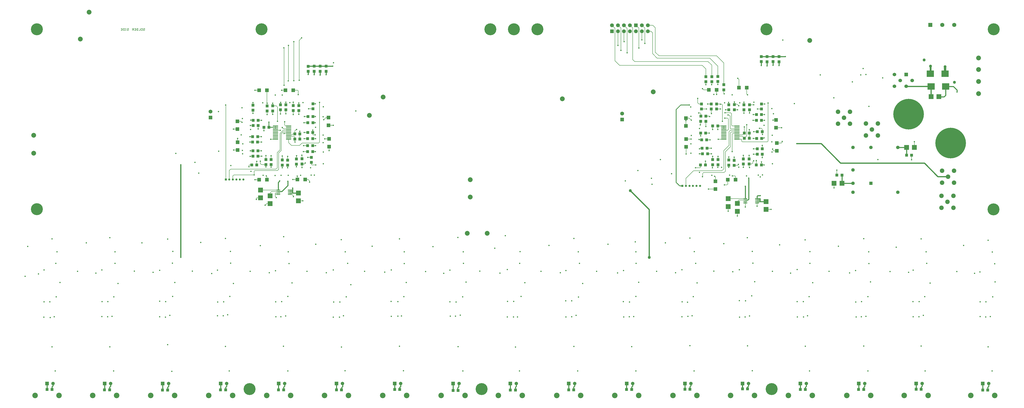
<source format=gbr>
*
G04 Mass Parameters ***
*
G04 Image ***
*
%INTDC_16BOT.GBR*%
%ICAS*%
%MOIN*%
%IPPOS*%
%ASAXBY*%
G74*%FSLAN2X34Y34*%
*
G04 Aperture Definitions ***
*
%ADD10C,0.2000*%
%ADD11C,0.5118*%
%ADD12R,0.0800X0.0800*%
%ADD13R,0.1050X0.1200*%
%ADD14R,0.0500X0.0500*%
%ADD15R,0.0790X0.0790*%
%ADD16R,0.0600X0.0800*%
%ADD17C,0.0750*%
%ADD18C,0.0700*%
%ADD19R,0.0700X0.0700*%
%ADD20C,0.0350*%
%ADD21R,0.0350X0.0350*%
%ADD22C,0.0650*%
%ADD23R,0.0600X0.0600*%
%ADD24O,0.0500X0.1500*%
%ADD25R,0.0500X0.1500*%
%ADD26C,0.0920*%
%ADD27C,0.0580*%
%ADD28C,0.0800*%
%ADD29R,0.0520X0.0500*%
%ADD30O,0.0700X0.0110*%
%ADD31R,0.0700X0.0110*%
%ADD32O,0.0110X0.0700*%
%ADD33R,0.0110X0.0700*%
%ADD34O,0.0250X0.0940*%
%ADD35R,0.0250X0.0940*%
%ADD36C,0.0600*%
%ADD37O,0.0860X0.0250*%
%ADD38R,0.0860X0.0250*%
%ADD39R,0.0866X0.1023*%
%ADD40R,0.0580X0.0580*%
%ADD41C,0.0220*%
%ADD42C,0.0300*%
%ADD43C,0.0160*%
%ADD44C,0.0080*%
%ADD45C,0.0120*%
%ADD46C,0.0220*%
%ADD47C,0.0100*%
%ADD48C,0.0150*%
%ADD49C,0.0200*%
%ADD50C,0.0500*%
%ADD51C,0.0400*%
%ADD52C,0.0220*%
%ADD53C,0.0060*%
%ADD54C,0.2000*%
%ADD55C,0.5118*%
%ADD56R,0.0800X0.0800*%
%ADD57R,0.1200X0.1050*%
%ADD58R,0.0500X0.0500*%
%ADD59R,0.0600X0.0600*%
%ADD60C,0.0750*%
%ADD61C,0.0700*%
%ADD62R,0.0700X0.0700*%
%ADD63C,0.0350*%
%ADD64R,0.0350X0.0350*%
%ADD65C,0.0650*%
%ADD66C,0.0920*%
%ADD67C,0.0580*%
%ADD68C,0.0800*%
%ADD69O,0.0650X0.0160*%
%ADD70R,0.0650X0.0160*%
%ADD71O,0.0900X0.0160*%
%ADD72R,0.0900X0.0160*%
%ADD73C,0.0600*%
%ADD74R,0.0580X0.0580*%
%ADD75C,0.0220*%
%ADD76C,0.0220*%
*
G04 Plot Data ***
*
G54D42*
G01X0044970Y0004850D02*
X0044960Y0004840D01*
X0151580Y0004850D02*
X0151570Y0004840D01*
X0153950Y0056700D02*
X0153980Y0056730D01*
Y0057910D01*
X0153990Y0057920D01*
Y0057980D01*
X0153980D01*
X0103170Y0004850D02*
X0103160Y0004840D01*
X0132210Y0004850D02*
X0132200Y0004840D01*
X0112920Y0003910D02*
X0112910Y0003900D01*
G54D43*
G01X0124970Y0035300D02*
X0126480D01*
X0126490Y0035310D01*
X0124970Y0035300D02*
X0125480D01*
Y0035550D01*
X0124970D01*
X0048280Y0036740D02*
X0046860D01*
X0047310D01*
Y0036990D01*
X0046860D01*
X0139170Y0038370D02*
X0139180Y0038360D01*
X0141000D01*
X0149970Y0043060D02*
Y0044320D01*
X0149990Y0044340D01*
X0149970Y0044360D01*
X0050900Y0057950D02*
X0049930D01*
X0049920Y0057940D01*
X0051920Y0057950D02*
X0052900D01*
X0052910Y0057940D01*
Y0057950D01*
X0125670Y0059560D02*
X0125680Y0059550D01*
X0126640D01*
X0127650Y0059560D02*
X0127640Y0059550D01*
X0126640D01*
X0127650Y0059560D02*
X0127660Y0059550D01*
X0128660D01*
X0046860Y0036990D02*
X0047310D01*
Y0037300D01*
X0047250Y0037240D01*
X0046860D01*
X0125500Y0036300D02*
X0125490Y0036310D01*
X0125080D01*
X0124980Y0036210D01*
Y0035800D01*
X0124970D01*
Y0035550D02*
X0125480D01*
Y0035800D01*
X0124970D01*
X0158410Y0053620D02*
Y0053970D01*
X0157800Y0054580D01*
X0156520D01*
X0007080Y0003850D02*
Y0004330D01*
X0007240Y0004490D01*
Y0004850D01*
X0016700Y0003800D02*
Y0004260D01*
X0016870Y0004430D01*
Y0004850D01*
X0026400Y0003750D02*
Y0004240D01*
X0026570Y0004410D01*
Y0004850D01*
X0036100Y0003800D02*
Y0004220D01*
X0036270Y0004390D01*
Y0004850D01*
X0045800Y0003800D02*
Y0004260D01*
X0045970Y0004430D01*
Y0004850D01*
X0065210Y0003850D02*
Y0004220D01*
X0065370Y0004380D01*
Y0004850D01*
X0104000Y0003850D02*
Y0004290D01*
X0104170Y0004460D01*
Y0004850D01*
X0113750Y0003900D02*
Y0004320D01*
X0113920Y0004490D01*
Y0004850D01*
X0142800Y0003850D02*
Y0004230D01*
X0142970Y0004400D01*
Y0004850D01*
X0163550Y0003770D02*
Y0004240D01*
X0163720Y0004410D01*
Y0004850D01*
X0155400Y0052840D02*
X0156260D01*
X0156520Y0053100D01*
Y0054580D01*
X0152410Y0003900D02*
X0152420Y0003910D01*
Y0004270D01*
X0152580Y0004430D01*
Y0004850D01*
X0133040Y0003850D02*
X0133050Y0003860D01*
Y0004240D01*
X0133210Y0004400D01*
Y0004850D01*
X0123380Y0003950D02*
Y0004280D01*
X0123550Y0004450D01*
Y0004840D01*
X0123540Y0004850D01*
X0084570Y0003770D02*
Y0004260D01*
X0084720Y0004410D01*
Y0004840D01*
X0084730Y0004850D01*
X0094480D02*
X0094470Y0004840D01*
Y0004480D01*
X0094300Y0004310D01*
Y0003820D01*
X0094320Y0003800D01*
X0055640Y0004850D02*
X0055670Y0004820D01*
Y0004370D01*
X0055500Y0004200D01*
Y0003820D01*
X0055480Y0003800D01*
X0075140Y0004850D02*
X0075070Y0004780D01*
Y0004300D01*
X0074900Y0004130D01*
Y0003770D01*
X0074980Y0003690D01*
X0139170Y0039730D02*
Y0038370D01*
X0149970Y0044360D02*
X0148500D01*
X0051920Y0057950D02*
X0050900D01*
X0054000D02*
X0052910D01*
X0129720Y0059550D02*
X0128660D01*
X0044910Y0037240D02*
Y0038510D01*
X0045150Y0038750D01*
X0123020Y0037870D02*
Y0035800D01*
X0046520Y0038700D02*
Y0038000D01*
X0045510Y0036990D01*
X0044910D01*
X0046860Y0037240D02*
X0047250D01*
X0047310Y0037300D01*
Y0037550D01*
X0123575Y0039235D02*
Y0035710D01*
X0123415Y0035550D01*
X0123020D01*
X0006240Y0004850D02*
Y0003850D01*
X0074140Y0004850D02*
Y0003690D01*
X0044960Y0004840D02*
Y0003800D01*
X0151570Y0004840D02*
Y0003900D01*
X0083730Y0004850D02*
Y0003770D01*
X0093480Y0004850D02*
Y0003800D01*
X0103160Y0004840D02*
Y0003850D01*
X0132200Y0004840D02*
Y0003850D01*
X0049900Y0056560D02*
X0049910Y0056570D01*
Y0057090D01*
X0112920Y0004850D02*
Y0003910D01*
X0125670Y0058070D02*
Y0058720D01*
X0054640Y0004850D02*
Y0003800D01*
X0052910Y0057110D02*
Y0056530D01*
X0052900Y0056520D01*
X0015870Y0004850D02*
Y0003810D01*
X0015860Y0003800D01*
X0035270Y0004850D02*
Y0003810D01*
X0035260Y0003800D01*
X0064370Y0004850D02*
Y0003850D01*
X0025570Y0004850D02*
Y0003760D01*
X0025560Y0003750D01*
X0051920Y0057110D02*
Y0056490D01*
X0051910Y0056480D01*
X0141970Y0004850D02*
Y0003860D01*
X0141960Y0003850D01*
X0050900Y0057110D02*
X0050930D01*
Y0056520D01*
X0126640Y0057990D02*
Y0058710D01*
X0128660Y0058050D02*
Y0058710D01*
X0127650Y0058100D02*
Y0058720D01*
X0162720Y0004850D02*
Y0003780D01*
X0162710Y0003770D01*
G54D44*
G01X0050720Y0049540D02*
X0051120D01*
X0040630Y0046160D02*
X0040180D01*
X0050670Y0043670D02*
X0051130D01*
X0042840Y0041100D02*
Y0041500D01*
X0045590Y0040980D02*
Y0041410D01*
X0048870Y0041610D02*
Y0041000D01*
X0050680Y0046860D02*
Y0046540D01*
X0050750Y0046470D01*
X0051070D01*
X0040320Y0048920D02*
X0040324Y0048916D01*
X0040714D01*
X0040720Y0048910D01*
X0053310Y0049360D02*
X0052900D01*
X0052530Y0048990D01*
X0051120Y0051680D02*
X0051110Y0051670D01*
X0050710D01*
X0045290Y0051490D02*
Y0051880D01*
X0045300Y0051890D01*
X0051180Y0041430D02*
Y0041420D01*
X0050560D01*
X0050450Y0041530D01*
Y0041870D01*
X0040490Y0041430D02*
X0040090D01*
X0040020Y0041360D01*
Y0041140D01*
X0116400Y0048720D02*
Y0047880D01*
X0117560Y0047380D02*
Y0047970D01*
X0116390Y0046750D02*
X0116970D01*
X0117560Y0047380D02*
Y0047970D01*
X0116550Y0045620D02*
X0117100D01*
X0118480Y0045720D02*
X0119430D01*
X0116360Y0041430D02*
Y0042070D01*
X0117535Y0042850D02*
Y0042325D01*
X0117540Y0042320D01*
X0116390Y0046750D02*
X0116970D01*
X0117100Y0045620D02*
X0116550D01*
X0116620Y0044220D02*
X0117300D01*
X0117345Y0043290D02*
X0116700D01*
X0117345D01*
X0117535Y0042850D02*
Y0042325D01*
X0117540Y0042320D01*
X0150810Y0042290D02*
Y0043060D01*
X0151290Y0044360D02*
Y0045330D01*
X0150810Y0042290D02*
Y0043060D01*
Y0042290D01*
X0138330Y0040580D02*
Y0039730D01*
Y0040580D01*
X0137850Y0037595D02*
Y0038370D01*
X0122670Y0042430D02*
Y0043035D01*
X0123640Y0043020D02*
Y0042440D01*
X0125010Y0043220D02*
X0124380D01*
X0124860Y0042160D02*
Y0041430D01*
X0123640Y0042440D02*
Y0043020D01*
X0124380Y0043220D02*
X0125010D01*
X0124380D01*
X0124390Y0044130D02*
X0125010D01*
X0124390D01*
X0124340Y0045880D02*
X0124910D01*
X0122670Y0042430D02*
Y0043035D01*
X0121150Y0042735D02*
Y0042190D01*
X0124910Y0045880D02*
X0124340D01*
X0124430Y0047010D02*
X0125020D01*
X0128150Y0047650D02*
X0129080D01*
X0129170Y0045380D02*
X0129160Y0045370D01*
Y0045210D01*
X0129050Y0045100D01*
X0128280D01*
X0125020Y0047010D02*
X0124430D01*
X0120250Y0042250D02*
Y0042780D01*
X0121150Y0042735D02*
Y0042190D01*
Y0042735D01*
X0124890Y0049860D02*
X0124880Y0049870D01*
X0124340D01*
X0125050Y0050800D02*
X0125720D01*
X0113120Y0044470D02*
Y0043280D01*
X0038130Y0043920D02*
X0037450D01*
X0038130D02*
X0038120Y0043930D01*
X0116400Y0048720D02*
Y0047880D01*
X0113090Y0047980D02*
Y0048850D01*
X0120160Y0034480D02*
Y0033700D01*
X0121690Y0032910D02*
Y0033670D01*
X0053310Y0048060D02*
X0054110D01*
X0053310D01*
X0047440Y0036130D02*
Y0036260D01*
X0047210Y0036490D01*
X0046860D01*
X0048280Y0035420D02*
X0048290Y0035430D01*
X0049020D01*
X0047440Y0036130D02*
Y0036260D01*
X0047210Y0036490D01*
X0046860D01*
X0043550Y0034950D02*
X0042980D01*
X0042720Y0034690D01*
X0044590Y0035960D02*
X0044400Y0036150D01*
Y0036490D01*
X0044910D01*
X0042840Y0042340D02*
Y0043000D01*
X0043710Y0042990D02*
Y0042340D01*
X0041510Y0042890D02*
X0042140D01*
X0042840Y0043000D02*
Y0042340D01*
X0041510Y0043800D02*
X0042080D01*
X0042120Y0045270D02*
X0041460D01*
X0041510Y0042890D02*
X0042140D01*
X0042080Y0043800D02*
X0041510D01*
X0041460Y0045270D02*
X0042120D01*
X0042090Y0046160D02*
X0041470D01*
X0042090D01*
X0042510Y0047170D02*
Y0047720D01*
Y0047170D01*
X0041560Y0047440D02*
Y0048020D01*
X0041550Y0048030D01*
X0041560Y0048020D01*
Y0047440D01*
X0038120Y0043930D02*
X0038130Y0043920D01*
X0037450D01*
X0041010Y0053930D02*
X0041730D01*
X0043040Y0050467D02*
Y0049870D01*
X0045290Y0050650D02*
Y0049950D01*
X0043990Y0049890D02*
Y0050480D01*
X0043040Y0050467D02*
Y0049870D01*
X0043990Y0049890D02*
Y0050480D01*
X0047420Y0050530D02*
Y0049880D01*
X0046180Y0050010D02*
Y0050650D01*
X0047420Y0050530D02*
Y0049880D01*
X0048340Y0049910D02*
Y0050520D01*
Y0049910D01*
X0049270Y0049540D02*
X0049880D01*
X0049270D01*
X0049980Y0050830D02*
X0050710D01*
X0049980D02*
X0050710D01*
X0049830Y0044660D02*
X0049160D01*
X0049250Y0045830D02*
X0049830D01*
X0049880Y0049540D02*
X0049270D01*
X0049230Y0048500D02*
X0049860D01*
X0049840Y0046860D02*
X0049250D01*
Y0045830D02*
X0049830D01*
Y0043670D02*
X0049130D01*
X0049160Y0044660D02*
X0049830D01*
X0048870Y0042450D02*
Y0043060D01*
X0049130Y0043670D02*
X0049830D01*
X0046180Y0050650D02*
Y0050010D01*
X0045290Y0050650D02*
Y0049950D01*
X0046180Y0050010D02*
Y0050650D01*
X0040670Y0050590D02*
Y0050080D01*
X0043040Y0050467D02*
Y0049870D01*
X0042100Y0048910D02*
X0041560D01*
X0042100D01*
X0040670Y0050080D02*
Y0050590D01*
X0113120Y0043280D02*
Y0044470D01*
X0047960Y0042420D02*
Y0042960D01*
X0046480Y0042860D02*
Y0042240D01*
X0045590Y0042250D02*
Y0042940D01*
X0046480Y0042860D02*
Y0042240D01*
X0048870Y0042450D02*
Y0043060D01*
X0047960Y0042960D02*
Y0042420D01*
X0048870Y0042450D02*
Y0043060D01*
X0049840Y0042710D02*
X0050450D01*
X0050150Y0038580D02*
Y0038780D01*
X0049930Y0039000D01*
X0049400D01*
X0041730Y0038980D02*
X0041000D01*
X0041510Y0042890D02*
X0042140D01*
X0041330Y0042040D02*
Y0041430D01*
X0037400Y0047420D02*
X0038090D01*
X0037400D01*
X0041940Y0035920D02*
X0041310D01*
X0041260Y0035870D01*
Y0035680D01*
X0042720Y0034690D02*
X0042980Y0034950D01*
X0043550D01*
X0045470Y0053920D02*
X0046100D01*
X0120240Y0050660D02*
X0119725D01*
X0117540Y0042320D02*
X0117535Y0042325D01*
Y0042850D01*
X0118460D02*
Y0042320D01*
X0124970Y0035050D02*
Y0034530D01*
X0123020Y0034410D02*
Y0035050D01*
Y0035300D02*
Y0035050D01*
X0044910Y0036490D02*
X0044400D01*
Y0036740D01*
X0044910D01*
X0155390Y0052850D02*
X0155400Y0052840D01*
X0117310Y0050800D02*
Y0050080D01*
X0117360Y0050030D01*
X0117040Y0049520D02*
X0116970Y0049590D01*
X0116410D01*
X0116620Y0044220D02*
X0117300D01*
X0117100Y0045620D02*
X0116550D01*
X0115670Y0050790D02*
X0116510D01*
X0117360Y0050030D02*
X0117310Y0050080D01*
Y0050800D01*
X0118230Y0050790D02*
X0118850D01*
X0117360Y0050030D02*
X0117310Y0050080D01*
Y0050800D01*
X0120240Y0050660D02*
X0119725D01*
X0118850Y0050790D02*
X0118230D01*
X0116400Y0048720D02*
Y0047880D01*
X0117040Y0049520D02*
X0116970Y0049590D01*
X0116410D01*
X0125720Y0050800D02*
X0125050D01*
X0121700Y0050680D02*
X0121180D01*
X0122790Y0050660D02*
Y0050105D01*
X0121700Y0050680D02*
X0121180D01*
X0116930Y0054010D02*
X0116035D01*
X0115840Y0054205D01*
X0041460Y0045270D02*
X0042120D01*
X0043635Y0045725D02*
X0044445D01*
X0053400Y0044490D02*
Y0043830D01*
X0118230Y0051630D02*
X0118800D01*
X0118840Y0051590D01*
X0121910Y0051350D02*
X0121760Y0051500D01*
X0121750Y0051490D01*
Y0051510D01*
X0121660Y0051600D01*
X0121180D01*
Y0051520D01*
X0115560Y0048720D02*
X0115555Y0048715D01*
Y0048175D01*
X0115500Y0048120D01*
X0115490D01*
X0049860Y0048500D02*
X0049230D01*
X0123640Y0041600D02*
Y0041140D01*
X0123740Y0041040D01*
Y0041020D01*
X0123720Y0041000D01*
Y0041010D01*
X0121750Y0055930D02*
X0121950Y0055730D01*
Y0054370D01*
Y0055730D01*
X0121750Y0055930D01*
X0127570Y0044090D02*
Y0043970D01*
X0127740Y0043800D01*
X0128280D01*
X0115220Y0050120D02*
X0115465D01*
X0115570Y0050015D01*
Y0049590D01*
X0123730Y0051500D02*
X0124400D01*
X0124410Y0051490D01*
X0120240Y0051500D02*
Y0051900D01*
X0120230Y0051910D01*
X0115050Y0052555D02*
Y0051820D01*
X0115240Y0051630D01*
X0115670D01*
X0125880Y0046530D02*
X0125860Y0046550D01*
Y0047010D01*
X0115860Y0043290D02*
X0115380D01*
X0125700Y0041430D02*
X0125720Y0041450D01*
X0126132D01*
X0126146Y0041436D01*
X0126140Y0041430D01*
X0114695Y0040970D02*
X0115450D01*
X0115520Y0041040D01*
Y0041430D01*
X0043970Y0051780D02*
Y0051330D01*
X0043980Y0051320D01*
X0043990D01*
X0120250Y0041410D02*
Y0041030D01*
X0120260Y0041020D01*
X0117540Y0041480D02*
X0117530Y0041470D01*
Y0040980D01*
X0123730Y0050660D02*
Y0050120D01*
X0122790Y0050105D02*
Y0050660D01*
X0117890Y0039540D02*
X0117910D01*
X0118030Y0039420D01*
Y0038690D01*
X0118430Y0041040D02*
X0118435Y0041035D01*
Y0041455D01*
X0118460Y0041480D01*
X0047400Y0053920D02*
X0048160D01*
X0048260Y0053820D01*
Y0053210D01*
X0047420Y0051920D02*
Y0051370D01*
X0122670Y0041020D02*
X0122690D01*
X0122680Y0041030D01*
X0122670D01*
Y0041590D01*
X0050700Y0048500D02*
X0051070D01*
X0051080Y0048490D01*
X0040710Y0048030D02*
X0040700Y0048040D01*
X0040250D01*
X0125850Y0042670D02*
Y0043220D01*
X0115550Y0046290D02*
Y0046750D01*
X0113090Y0049280D02*
X0113610D01*
X0113970Y0048920D01*
X0125730Y0049860D02*
X0126200D01*
X0043040Y0051780D02*
Y0051307D01*
X0048340Y0051360D02*
X0048347Y0051367D01*
Y0051793D01*
X0043040Y0051307D02*
Y0051760D01*
X0043030Y0051770D01*
Y0053930D01*
X0040670Y0051430D02*
Y0051870D01*
X0038090Y0048720D02*
X0038680D01*
X0038850Y0048550D01*
X0048520Y0046640D02*
Y0045760D01*
X0048510Y0045750D01*
X0044910Y0037240D02*
X0041940D01*
X0041730Y0038980D02*
X0041020D01*
X0119195Y0048719D02*
Y0051465D01*
X0119070Y0051590D01*
X0118840D01*
X0118800Y0051630D01*
X0118230D01*
X0118840Y0051590D02*
X0118800Y0051630D01*
X0118230D01*
X0122790Y0051930D02*
Y0051500D01*
X0115360Y0044120D02*
X0115460Y0044220D01*
X0115780D01*
X0121855Y0041540D02*
Y0041435D01*
X0121770Y0041350D01*
X0121150D01*
X0120860Y0039610D02*
X0121290D01*
X0121370Y0039530D01*
Y0038950D01*
X0121690Y0034990D02*
X0121810Y0035110D01*
Y0035460D01*
X0121900Y0035550D01*
X0123020D01*
X0125850Y0044130D02*
Y0044705D01*
X0043710Y0041050D02*
Y0041500D01*
X0046470Y0040980D02*
Y0041020D01*
X0046480Y0041030D01*
Y0041400D01*
X0043030Y0038980D02*
Y0039420D01*
X0042900Y0039550D01*
Y0039590D01*
X0043550Y0036270D02*
X0043560Y0036280D01*
Y0036750D01*
X0043800Y0036990D01*
X0044910D01*
X0115270Y0045700D02*
X0115350Y0045620D01*
X0115710D01*
X0048070Y0039550D02*
X0048100Y0039520D01*
Y0039000D01*
X0047953Y0041136D02*
Y0041573D01*
X0047960Y0041580D01*
X0113958Y0045766D02*
Y0045770D01*
X0113120D01*
X0041330Y0041430D02*
Y0042040D01*
X0040258Y0043798D02*
X0040668D01*
X0040670Y0043800D01*
X0126150Y0045960D02*
X0126067Y0045880D01*
X0125750D01*
X0125730Y0048910D02*
X0126200D01*
X0050670Y0044660D02*
X0051160D01*
X0116715Y0051640D02*
X0117310D01*
X0128150Y0048950D02*
X0127710D01*
X0127676Y0048916D01*
X0127646D01*
X0118229Y0053220D02*
X0118230Y0054010D01*
X0124890Y0049860D02*
X0124880Y0049870D01*
X0124340D01*
X0123730Y0050120D02*
Y0050660D01*
X0126255Y0051640D02*
X0125720D01*
X0123680Y0046760D02*
Y0045910D01*
X0123690Y0045900D01*
X0123020Y0035800D02*
X0120160D01*
X0044445Y0047725D02*
Y0047475D01*
X0124890Y0048910D02*
X0124310D01*
X0124340Y0049870D02*
X0124880D01*
X0124890Y0049860D01*
X0044445Y0047975D02*
Y0047725D01*
X0040210Y0042880D02*
X0040220Y0042890D01*
X0040670D01*
X0119430Y0047720D02*
Y0047470D01*
X0124970Y0035050D02*
Y0034530D01*
X0127320Y0033990D02*
X0126490D01*
X0051130Y0043670D02*
X0050670D01*
X0119430Y0047970D02*
Y0047720D01*
Y0047970D02*
X0118400D01*
X0116715Y0051640D02*
X0117310D01*
X0040630Y0046160D02*
X0040180D01*
X0121690Y0033670D02*
Y0032910D01*
X0123020Y0034410D02*
Y0035050D01*
X0040490Y0041430D02*
X0040090D01*
X0040020Y0041360D01*
Y0041140D01*
X0040210Y0042880D02*
X0040220Y0042890D01*
X0040670D01*
X0121690Y0032910D02*
Y0033670D01*
X0043340Y0048600D02*
X0043350Y0048590D01*
X0040190Y0045270D02*
X0040620D01*
X0049410Y0041750D02*
Y0041700D01*
X0049320Y0041610D01*
X0048870D01*
X0120070Y0038950D02*
Y0038210D01*
X0119955Y0038095D01*
X0119515D01*
X0118460Y0042320D02*
Y0042850D01*
X0052690Y0045790D02*
X0053400D01*
X0118030Y0037390D02*
X0116840D01*
X0116360Y0041430D02*
Y0042070D01*
X0120250Y0042250D02*
Y0042780D01*
X0118460Y0042850D02*
Y0042320D01*
X0042840Y0041500D02*
X0042070D01*
X0041920Y0041650D01*
Y0042050D01*
X0040210Y0042880D02*
X0040220Y0042890D01*
X0040670D01*
X0125700Y0041430D02*
X0125706Y0041436D01*
Y0041944D01*
X0124400Y0042140D02*
X0124270Y0042010D01*
Y0041780D01*
X0124090Y0041600D01*
X0123640D01*
X0051140Y0045830D02*
X0050670D01*
X0125700Y0041430D02*
X0125706Y0041436D01*
Y0041944D01*
X0125850Y0042670D02*
Y0043220D01*
X0123680Y0046760D02*
Y0047330D01*
X0125370Y0047550D02*
X0125720D01*
X0125860Y0047410D01*
Y0047010D01*
X0046180Y0051490D02*
X0046182Y0051492D01*
Y0051922D01*
X0125720Y0050800D02*
X0125050D01*
X0048100Y0039000D02*
X0047360D01*
X0049840Y0046860D02*
X0049250D01*
X0049230Y0048500D02*
X0049860D01*
X0040620Y0045270D02*
X0040190D01*
X0043710Y0041050D02*
Y0041500D01*
X0115570Y0049590D02*
Y0050015D01*
X0115465Y0050120D01*
X0115220D01*
X0116715Y0051640D02*
X0117310D01*
X0120240Y0051500D02*
Y0051900D01*
X0120230Y0051910D01*
X0123250Y0054370D02*
Y0053300D01*
X0123370Y0053180D01*
X0040250Y0048040D02*
X0040700D01*
X0040710Y0048030D01*
X0125720Y0051640D02*
X0126255D01*
X0126200Y0049860D02*
X0125730D01*
X0123730Y0051500D02*
X0124400D01*
X0124410Y0051490D01*
X0121180Y0051520D02*
Y0052020D01*
X0041560Y0048910D02*
X0042100D01*
X0041560Y0047440D02*
Y0048020D01*
X0041550Y0048030D01*
X0046100Y0053920D02*
X0045470D01*
X0120250Y0041410D02*
Y0041030D01*
X0120260Y0041020D01*
X0117530Y0040980D02*
Y0041470D01*
X0117540Y0041480D01*
X0050670Y0045830D02*
X0051173D01*
X0051160Y0044660D02*
X0050670D01*
X0045300Y0051890D02*
X0045290Y0051880D01*
Y0051490D01*
X0038130Y0045220D02*
Y0045880D01*
X0040490Y0041430D02*
X0040090D01*
X0040020Y0041360D01*
Y0041140D01*
X0050710Y0051670D02*
X0051110D01*
X0051120Y0051680D01*
Y0049540D02*
X0050720D01*
X0048520Y0046640D02*
Y0047070D01*
X0050680Y0047270D02*
Y0046860D01*
X0118430Y0041040D02*
X0118435Y0041035D01*
Y0041455D01*
X0118460Y0041480D01*
X0050720Y0049540D02*
X0051120D01*
X0050680Y0047270D02*
Y0046860D01*
X0115860Y0043290D02*
X0115230D01*
X0040630Y0046160D02*
X0040180D01*
X0038130Y0045880D02*
Y0045220D01*
X0115360Y0044120D02*
X0115460Y0044220D01*
X0115780D01*
X0122850Y0045900D02*
X0123250Y0046300D01*
Y0048170D01*
X0113090Y0049280D02*
X0113610D01*
X0113970Y0048920D01*
X0122790Y0051500D02*
Y0051930D01*
X0118840Y0051590D02*
X0118800Y0051630D01*
X0118230D01*
X0123570Y0039240D02*
X0123575Y0039235D01*
X0050470Y0042690D02*
X0050450Y0042710D01*
X0126200Y0048910D02*
X0125730D01*
X0040870Y0039750D02*
X0037470D01*
X0037315Y0039595D01*
Y0038994D01*
X0125850Y0044130D02*
Y0044705D01*
X0122790Y0051500D02*
Y0051930D01*
X0126200Y0048910D02*
X0125730D01*
X0047730Y0045270D02*
X0047740Y0045280D01*
Y0045290D01*
X0047670Y0045360D01*
Y0045750D01*
X0040670Y0051870D02*
Y0051430D01*
X0051080Y0048490D02*
X0051070Y0048500D01*
X0050700D01*
X0051160Y0044660D02*
X0050670D01*
X0121630Y0046970D02*
X0120670D01*
X0120500Y0046800D01*
Y0044450D01*
X0119670Y0043620D01*
Y0040380D01*
X0119450Y0040160D01*
X0116020D01*
X0115870Y0040010D01*
Y0039480D01*
X0115860Y0039470D01*
X0117530Y0040980D02*
Y0041470D01*
X0117540Y0041480D01*
X0043970Y0051780D02*
Y0051330D01*
X0043980Y0051320D01*
X0043990D01*
X0118420Y0056230D02*
Y0057960D01*
X0117080Y0059300D01*
X0108260D01*
X0107510Y0060050D01*
Y0063530D01*
X0107240Y0063800D01*
X0106730D01*
X0042720Y0034690D02*
X0042980Y0034950D01*
X0043550D01*
X0115560Y0048720D02*
X0115555Y0048715D01*
Y0048175D01*
X0115500Y0048120D01*
X0115490D01*
X0105730Y0062380D02*
Y0063800D01*
X0043710Y0041500D02*
Y0041050D01*
X0115780Y0044220D02*
X0115460D01*
X0115360Y0044120D01*
X0118430Y0041040D02*
X0118435Y0041035D01*
Y0041455D01*
X0118460Y0041480D01*
X0125370Y0047550D02*
X0125720D01*
X0125860Y0047410D01*
Y0047010D01*
X0045870Y0054760D02*
Y0061010D01*
X0045860Y0061020D01*
X0045590Y0041410D02*
Y0040980D01*
X0042840Y0041100D02*
Y0041500D01*
X0046645Y0046725D02*
X0046640Y0046720D01*
X0045900D01*
X0045890Y0046710D01*
X0121630Y0046720D02*
X0120940D01*
X0120800Y0046580D01*
Y0043660D01*
X0102730Y0063800D02*
Y0062070D01*
X0102750Y0062050D01*
X0047510Y0062060D02*
Y0055530D01*
X0049910Y0057090D02*
X0049920Y0057100D01*
X0118220Y0053170D02*
X0118230Y0053180D01*
Y0053190D01*
X0047420Y0051920D02*
Y0051370D01*
X0101730Y0063800D02*
Y0061430D01*
X0046630D02*
Y0055530D01*
X0046590Y0055490D01*
X0115550Y0046750D02*
Y0046290D01*
X0118400Y0047380D02*
Y0047970D01*
X0103730Y0064800D02*
X0104180Y0064350D01*
Y0059080D01*
X0104520Y0058740D01*
X0116780D01*
X0117400Y0058120D01*
Y0056200D01*
X0121630Y0045720D02*
X0122360D01*
X0122430Y0045650D01*
Y0045390D01*
X0122510Y0045310D01*
X0126720D01*
X0126830Y0045420D01*
Y0051810D01*
X0045260Y0047230D02*
X0044450D01*
X0044445Y0047225D01*
X0117310Y0051640D02*
X0116715D01*
X0117315Y0051635D02*
X0117310Y0051640D01*
X0104730Y0064800D02*
X0105210Y0064320D01*
Y0061010D01*
X0105220Y0061000D01*
X0050670Y0043670D02*
X0051130D01*
X0047680Y0046640D02*
Y0047120D01*
X0047910Y0047350D01*
X0047990D01*
X0051800Y0051890D02*
Y0045220D01*
X0051665Y0045085D01*
X0048885D01*
X0048495Y0044695D01*
X0047115D01*
X0046645Y0045165D01*
Y0045725D01*
X0048410Y0055610D02*
Y0062280D01*
X0048820Y0062690D01*
X0122840Y0047800D02*
Y0046760D01*
X0040670Y0042890D02*
X0040220D01*
X0040210Y0042880D01*
X0040140Y0042890D02*
X0040670D01*
X0121630Y0046220D02*
X0122530D01*
X0122850Y0045900D01*
X0119400Y0054010D02*
Y0053370D01*
X0119460Y0053310D01*
X0119470Y0053320D01*
X0100730Y0064800D02*
X0101220Y0064310D01*
Y0058860D01*
X0101980Y0058100D01*
X0115810D01*
X0116420Y0057490D01*
Y0056190D01*
X0037315Y0038994D02*
Y0039595D01*
X0037470Y0039750D01*
X0040870D01*
Y0040390D01*
X0040990Y0040510D01*
X0044790D01*
X0044990Y0040710D01*
Y0043445D01*
X0045410Y0043865D01*
Y0046640D01*
X0045745Y0046975D01*
X0046645D01*
X0102730Y0064800D02*
X0103250Y0064280D01*
Y0060190D01*
X0046645Y0047975D02*
X0046640Y0047980D01*
X0046110D01*
X0045970Y0048120D01*
Y0048650D01*
X0116410Y0054850D02*
X0116420Y0054860D01*
Y0055350D01*
X0120130Y0049790D02*
X0120260D01*
X0120270Y0049800D01*
X0120470Y0049600D01*
Y0047590D01*
X0120590Y0047470D01*
X0121630D01*
X0102730Y0064800D02*
X0103250Y0064280D01*
Y0060190D01*
X0155380Y0052790D02*
X0155390Y0052800D01*
Y0052850D01*
X0102730Y0063800D02*
Y0062070D01*
X0102750Y0062050D01*
X0046645Y0047475D02*
X0045805D01*
X0045580Y0047700D01*
X0118410Y0054890D02*
X0118420Y0054900D01*
Y0055390D01*
X0040710Y0048030D02*
X0040700Y0048040D01*
X0040250D01*
X0044790Y0048740D02*
Y0051100D01*
X0044570Y0051320D01*
X0043990D01*
X0101730Y0063800D02*
Y0061430D01*
X0119430Y0047220D02*
X0120050D01*
X0120180Y0047350D01*
Y0049120D01*
X0120030Y0049270D01*
X0119580D01*
X0046645Y0046475D02*
X0047205D01*
X0047370Y0046640D01*
X0047680D01*
X0122840Y0046760D02*
X0122550Y0046470D01*
X0121630D01*
X0046645Y0047225D02*
X0045735D01*
X0045200Y0046690D01*
Y0043950D01*
X0044740Y0043490D01*
Y0040940D01*
X0044530Y0040730D01*
X0036960D01*
X0036724Y0040494D01*
Y0038994D01*
X0104730Y0064800D02*
X0105210Y0064320D01*
Y0061010D01*
X0105220Y0061000D01*
X0101730Y0064800D02*
X0102210Y0064320D01*
Y0060610D01*
X0119620Y0050170D02*
X0120550D01*
X0120710Y0050010D01*
Y0048100D01*
X0120840Y0047970D01*
X0121630D01*
X0047670Y0045750D02*
Y0046090D01*
X0047535Y0046225D01*
X0046645D01*
X0121630Y0047220D02*
X0120520D01*
X0120280Y0046980D01*
Y0044710D01*
X0119400Y0043830D01*
Y0040770D01*
X0119090Y0040460D01*
X0114340D01*
X0113080Y0039200D01*
Y0037920D01*
X0119400Y0054850D02*
Y0058510D01*
X0118220Y0059690D01*
X0108570D01*
X0107960Y0060300D01*
Y0064400D01*
X0107560Y0064800D01*
X0106730D01*
X0036134Y0038994D02*
Y0051475D01*
X0036130Y0051470D01*
X0105730Y0064800D02*
X0106210Y0064320D01*
Y0061760D01*
X0117390Y0054860D02*
X0117400Y0054870D01*
Y0055360D01*
G54D45*
G01X0044445Y0047725D02*
X0044440Y0047720D01*
X0043350D01*
Y0048590D02*
Y0047720D01*
X0112490Y0037920D02*
X0112040D01*
X0111450Y0038510D01*
Y0050690D01*
X0112220Y0051460D01*
X0113629D01*
X0113645Y0051475D01*
G54D49*
G01X0028610Y0041470D02*
Y0025960D01*
X0106950D02*
Y0033970D01*
X0103780Y0037140D01*
X0149916Y0054581D02*
X0149917Y0054580D01*
X0154070D01*
X0043720Y0042980D02*
X0043710Y0042990D01*
X0042110Y0045280D02*
X0042120Y0045270D01*
X0042110Y0045280D01*
X0042080Y0046170D02*
X0042090Y0046160D01*
X0042080Y0046170D01*
X0041550Y0047450D02*
X0041560Y0047440D01*
X0041550Y0047450D01*
X0048870Y0043060D02*
X0048860Y0043050D01*
X0047960Y0042960D02*
X0047970Y0042950D01*
X0046490Y0042850D02*
X0046480Y0042860D01*
X0046490Y0042850D02*
X0046480Y0042860D01*
X0048870Y0043060D02*
X0048860Y0043050D01*
X0047970Y0042950D02*
X0047960Y0042960D01*
X0048870Y0043060D02*
X0048860Y0043050D01*
X0037410Y0047430D02*
X0037400Y0047420D01*
X0037410Y0047430D01*
X0042120Y0045270D02*
X0042110Y0045280D01*
X0154070Y0054580D02*
Y0052850D01*
X0121910Y0051330D02*
Y0051350D01*
X0121750Y0055940D02*
Y0055930D01*
Y0055940D01*
X0125880Y0046540D02*
Y0046530D01*
X0119515Y0038095D02*
X0119500Y0038110D01*
X0041550Y0047450D02*
X0041560Y0047440D01*
X0156400Y0057870D02*
X0156410Y0057880D01*
X0156400Y0057870D02*
X0156410Y0057880D01*
X0122540Y0004850D02*
Y0003950D01*
X0131600Y0044990D02*
X0135700D01*
X0138965Y0041725D01*
X0152685D01*
X0152690Y0041730D01*
Y0041720D01*
X0152700D01*
Y0041722D01*
X0152967D01*
X0155210Y0039480D01*
X0156900D01*
X0156910Y0039470D01*
G54D51*
G01X0156400Y0056700D02*
Y0057870D01*
Y0056700D02*
Y0057870D01*
G54D53*
G01X0018664Y0064105D02*
X0018831D01*
X0018608Y0063939D02*
X0018831D01*
Y0064272D01*
X0018608D01*
X0019173Y0063939D02*
Y0064272D01*
X0019201Y0063939D02*
X0019034D01*
X0018978Y0064050D01*
Y0064161D01*
X0019034Y0064272D01*
X0019201D01*
X0019348Y0063939D02*
X0019459D01*
X0019404D02*
Y0064272D01*
X0019348D02*
X0019459D01*
X0019663Y0064217D02*
X0019691Y0064272D01*
X0019857D01*
X0019885Y0064217D01*
Y0064161D01*
X0019857Y0064105D01*
X0019691D01*
X0019663Y0064050D01*
Y0063994D01*
X0019691Y0063939D01*
X0019857D01*
X0019885Y0063994D01*
X0020611Y0064105D02*
X0020528Y0063939D01*
X0020750Y0064105D02*
X0020583D01*
X0020528Y0064161D01*
Y0064217D01*
X0020583Y0064272D01*
X0020750D01*
Y0063939D01*
X0020953Y0064105D02*
X0021120D01*
X0020898Y0063939D02*
X0021120D01*
Y0064272D01*
X0020898D01*
X0021462Y0063939D02*
Y0064272D01*
X0021490Y0063939D02*
X0021323D01*
X0021268Y0064050D01*
Y0064161D01*
X0021323Y0064272D01*
X0021490D01*
X0021638Y0063939D02*
X0021832D01*
Y0064272D01*
X0022174Y0063939D02*
X0022202Y0063994D01*
Y0064217D01*
X0022174Y0064272D01*
X0022008D01*
X0021980Y0064217D01*
Y0063994D01*
X0022008Y0063939D01*
X0022174D01*
X0022350Y0064217D02*
X0022378Y0064272D01*
X0022544D01*
X0022572Y0064217D01*
Y0064161D01*
X0022544Y0064105D01*
X0022378D01*
X0022350Y0064050D01*
Y0063994D01*
X0022378Y0063939D01*
X0022544D01*
X0022572Y0063994D01*
G54D46*
X0028610Y0041470D03*
Y0025960D03*
X0048870Y0041000D03*
X0052530Y0048990D03*
X0074640Y0018500D03*
X0075340Y0016290D03*
X0117560Y0047380D03*
X0118480Y0045720D03*
X0075760Y0019380D03*
X0076330Y0021830D03*
X0075860Y0026910D03*
X0082890Y0029610D03*
X0116970Y0046750D03*
X0153910Y0021680D03*
X0151090Y0016030D03*
X0152780Y0016280D03*
X0152090Y0018580D03*
X0153020Y0019400D03*
X0150300Y0023450D03*
X0141540Y0016000D03*
X0143170Y0016110D03*
X0142410Y0016030D03*
X0153260Y0026910D03*
X0143500Y0019400D03*
X0143940Y0021880D03*
X0142800Y0029090D03*
X0143660Y0026900D03*
X0140440Y0023380D03*
X0134270Y0021740D03*
X0133680Y0019410D03*
X0133020Y0028910D03*
X0133830Y0026930D03*
X0143690Y0024940D03*
X0117345Y0043290D03*
X0093000Y0015990D03*
X0094700Y0016280D03*
X0093990Y0018690D03*
X0095120Y0019320D03*
X0095810Y0021590D03*
X0094350Y0029120D03*
X0095090Y0026910D03*
X0098160Y0023630D03*
X0101650Y0023380D03*
X0105180Y0021790D03*
X0102670Y0016000D03*
X0104360Y0016070D03*
X0103650Y0018510D03*
X0104700Y0019430D03*
X0104740Y0024950D03*
X0084930Y0016010D03*
X0084280Y0018610D03*
X0085500Y0019440D03*
X0086140Y0021730D03*
X0085340Y0026940D03*
X0085290Y0024980D03*
X0081120Y0027510D03*
X0108180Y0023640D03*
X0055830Y0016210D03*
X0151290Y0045330D03*
X0055460Y0028920D03*
X0150810Y0042290D03*
X0135560Y0056500D03*
X0056120Y0026910D03*
X0124860Y0042160D03*
X0123640Y0043020D03*
X0124380Y0043220D03*
X0124390Y0044130D03*
X0122670Y0043035D03*
X0124340Y0045880D03*
X0129080Y0047650D03*
X0129170Y0045380D03*
X0127533Y0041633D03*
X0127490Y0043600D03*
X0124430Y0047010D03*
X0126145Y0048060D03*
X0127455Y0045310D03*
X0127505Y0046402D03*
X0074960Y0029290D03*
X0124570Y0021900D03*
X0124070Y0019540D03*
X0122040Y0015970D03*
X0121150Y0042735D03*
X0122990Y0015990D03*
X0123730Y0016150D03*
X0104000Y0011020D03*
X0104730Y0006950D03*
X0127705Y0049985D03*
X0114700Y0024960D03*
X0114480Y0026920D03*
X0109660Y0028390D03*
X0113910Y0044960D03*
X0113973Y0046357D03*
X0031620Y0040070D03*
X0034950Y0043730D03*
X0027790Y0043350D03*
X0074990Y0011040D03*
X0075770Y0006950D03*
X0027240Y0019440D03*
X0025080Y0016030D03*
X0026060Y0015980D03*
X0026790Y0016270D03*
X0047230Y0021710D03*
X0046590Y0026890D03*
X0113870Y0051130D03*
X0113090Y0048850D03*
X0007080Y0010990D03*
X0007630Y0006950D03*
X0007080Y0029050D03*
X0120160Y0033700D03*
X0054110Y0048060D03*
X0057870Y0050450D03*
X0036930Y0026950D03*
X0031950Y0028450D03*
X0049020Y0035430D03*
X0047440Y0036130D03*
X0044590Y0035960D03*
X0133040Y0011100D03*
X0133750Y0006950D03*
X0084570Y0010980D03*
X0085240Y0006950D03*
X0094340Y0011060D03*
X0094970Y0006950D03*
X0036080Y0011080D03*
X0036730Y0006950D03*
X0045790Y0011090D03*
X0046500Y0006950D03*
X0124170Y0026950D03*
X0152420Y0011120D03*
X0153080Y0006950D03*
X0142810Y0011140D03*
X0143510Y0006950D03*
X0016740Y0011000D03*
X0017390Y0006950D03*
X0143670Y0051240D03*
X0163970Y0016050D03*
X0142720Y0057550D03*
X0143170Y0056550D03*
X0164380Y0019350D03*
X0164780Y0021870D03*
X0163610Y0028830D03*
X0159530Y0027980D03*
X0164720Y0024890D03*
X0164330Y0026850D03*
X0164290Y0006950D03*
X0163610Y0011010D03*
X0153340Y0024950D03*
X0123370Y0011150D03*
X0124190Y0007000D03*
X0043720Y0042980D03*
X0042840Y0043000D03*
X0042080Y0043800D03*
Y0046170D03*
X0042510Y0047170D03*
X0040280Y0047360D03*
X0038991Y0044979D03*
X0038951Y0043290D03*
X0037450Y0043920D03*
X0036980Y0041320D03*
X0041010Y0053930D03*
X0042300Y0051840D03*
X0043990Y0049890D03*
X0047420Y0049880D03*
X0048340Y0049910D03*
X0049040Y0051880D03*
X0049980Y0050830D03*
X0049270Y0049540D03*
X0049250Y0045830D03*
X0049160Y0044660D03*
X0049130Y0043670D03*
X0044410Y0053130D03*
X0045290Y0049950D03*
X0046180Y0050010D03*
X0046840Y0051870D03*
X0104620Y0028560D03*
X0104700Y0026910D03*
X0100050Y0028150D03*
X0043040Y0049870D03*
X0049730Y0023640D03*
X0051180Y0028180D03*
X0040670Y0050080D03*
X0038850Y0050990D03*
X0038910Y0049210D03*
X0113924Y0043404D03*
X0113120Y0043280D03*
X0108820Y0042340D03*
X0110680Y0039960D03*
X0107410Y0038210D03*
X0107310Y0039200D03*
X0102940Y0038760D03*
X0045590Y0042940D03*
X0046490Y0042850D03*
X0047970Y0042950D03*
X0048860Y0043050D03*
X0049840Y0042710D03*
X0128740Y0028070D03*
X0050150Y0038580D03*
X0048650Y0039710D03*
X0050950Y0039740D03*
X0050410Y0039730D03*
X0042140Y0042890D03*
X0147220Y0023610D03*
X0148250Y0027650D03*
X0038730Y0046460D03*
X0037410Y0047430D03*
X0034910Y0050380D03*
X0052440Y0051150D03*
X0052420Y0049510D03*
X0041260Y0035680D03*
X0090180Y0027970D03*
X0070790Y0027780D03*
X0059360Y0023620D03*
X0060620Y0027830D03*
X0137000Y0023630D03*
X0138570Y0027840D03*
X0045591Y0053121D03*
X0158410Y0053620D03*
X0117535Y0042850D03*
X0121900Y0041050D03*
X0133400Y0016200D03*
X0132710Y0018580D03*
X0081980Y0023320D03*
X0078600Y0023650D03*
X0092080Y0023400D03*
X0111350D03*
X0113760Y0029200D03*
X0057040Y0021390D03*
X0056290Y0019380D03*
X0072570Y0023310D03*
X0130590Y0023330D03*
X0124280Y0024990D03*
X0055470Y0010960D03*
X0056070Y0007000D03*
X0117300Y0044220D03*
X0117100Y0045620D03*
X0116510Y0050790D03*
X0117360Y0050030D03*
X0114120Y0016210D03*
X0113360Y0018480D03*
X0112460Y0018530D03*
X0012820Y0028390D03*
X0017630Y0026910D03*
X0003030Y0027790D03*
X0002570Y0022790D03*
X0004800Y0023200D03*
X0119725Y0050660D03*
X0118850Y0050790D03*
X0007900Y0026910D03*
X0007730Y0024950D03*
X0008410Y0021750D03*
X0007780Y0019370D03*
X0007440Y0016030D03*
X0005740Y0018540D03*
X0006720Y0018530D03*
X0011360Y0023640D03*
X0017620Y0024950D03*
X0014430Y0023340D03*
X0018110Y0021600D03*
X0017400Y0019370D03*
X0017110Y0016090D03*
X0015440Y0018570D03*
X0016410Y0018550D03*
X0016750Y0029270D03*
X0030560Y0023660D03*
X0036940Y0024990D03*
X0033790Y0023280D03*
X0036070Y0029120D03*
X0037410Y0021600D03*
X0116400Y0047880D03*
X0117040Y0049520D03*
X0036820Y0019440D03*
X0036440Y0016360D03*
X0040230Y0023620D03*
X0046720Y0024930D03*
X0043430Y0023400D03*
X0046530Y0019420D03*
X0046150Y0016150D03*
X0041920Y0027920D03*
X0056530Y0024950D03*
X0052940Y0023390D03*
X0124440Y0051940D03*
X0122070Y0051835D03*
X0121700Y0050680D03*
X0115342Y0047538D03*
X0113910Y0049550D03*
X0115840Y0054205D03*
X0117750Y0053240D03*
X0042110Y0045280D03*
X0043635Y0045725D03*
X0052437Y0041633D03*
X0053400Y0043830D03*
X0052410Y0046440D03*
X0052404Y0045176D03*
X0052440Y0043600D03*
X0051155Y0047735D03*
X0163220Y0016010D03*
X0162280Y0016050D03*
X0161360Y0023290D03*
X0065840Y0007000D03*
X0121750Y0055940D03*
X0127570Y0044090D03*
X0115380Y0043290D03*
X0126140Y0041430D03*
X0114330Y0019390D03*
X0113760Y0011190D03*
X0114440Y0006960D03*
X0122790Y0050105D03*
X0117890Y0039540D03*
X0048260Y0053210D03*
X0038850Y0048550D03*
X0041020Y0038980D03*
X0093000Y0023760D03*
X0151090Y0023840D03*
X0112420Y0023910D03*
X0119195Y0048719D03*
X0046590Y0039710D03*
X0045390Y0039690D03*
X0042380Y0039710D03*
X0044390Y0039680D03*
X0102660Y0023770D03*
X0073630Y0023840D03*
X0042900Y0039590D03*
X0048070Y0039550D03*
X0113958Y0045766D03*
X0041330Y0042040D03*
X0040333Y0040353D03*
X0127646Y0048916D03*
X0123730Y0050120D03*
X0124310Y0048910D03*
X0124340Y0049870D03*
X0119555Y0051835D03*
X0120830Y0053170D03*
X0054120Y0023870D03*
X0083230Y0023930D03*
X0124970Y0034530D03*
X0127320Y0033990D03*
X0115050Y0052555D03*
X0123020Y0034410D03*
X0123360Y0029280D03*
X0121690Y0032910D03*
X0015400Y0023880D03*
X0040320Y0048920D03*
X0043340Y0048600D03*
X0125890Y0039760D03*
X0125510Y0039440D03*
X0125190Y0039720D03*
X0005750Y0023860D03*
X0131670Y0023930D03*
X0051180Y0041430D03*
X0049410Y0041750D03*
X0119500Y0038110D03*
X0120394Y0039735D03*
X0045150Y0038750D03*
X0052690Y0045790D03*
X0116840Y0037390D03*
X0123720Y0041010D03*
X0123020Y0037870D03*
X0044450Y0023740D03*
X0116360Y0042070D03*
X0120250Y0042780D03*
X0118460Y0042850D03*
X0041920Y0042050D03*
X0124400Y0042140D03*
X0051140Y0045830D03*
X0125706Y0041944D03*
X0125850Y0042670D03*
X0123680Y0047330D03*
X0122020Y0023890D03*
X0034750Y0023820D03*
X0119060Y0041030D03*
X0117410Y0039710D03*
X0115340Y0040210D03*
X0125050Y0050800D03*
X0047360Y0039000D03*
X0046520Y0038700D03*
X0049250Y0046860D03*
X0049230Y0048500D03*
X0040190Y0045270D03*
X0115220Y0050120D03*
X0120230Y0051910D03*
X0125880Y0046540D03*
X0063830Y0023870D03*
X0123370Y0053180D03*
X0046470Y0040980D03*
X0126255Y0051640D03*
X0126200Y0049860D03*
X0124410Y0051490D03*
X0127440Y0050860D03*
X0131220Y0051700D03*
X0121190Y0051980D03*
X0042100Y0048910D03*
X0041550Y0047450D03*
X0045470Y0053920D03*
X0120260Y0041020D03*
X0045300Y0051890D03*
X0038930Y0043860D03*
X0040020Y0041140D03*
X0051120Y0051680D03*
X0048520Y0047070D03*
X0120860Y0039610D03*
X0142330Y0056510D03*
X0051120Y0049540D03*
X0050680Y0047270D03*
X0140920Y0055320D03*
X0047310Y0037550D03*
X0040180Y0046160D03*
X0038130Y0045880D03*
X0123250Y0048170D03*
X0113970Y0048920D03*
X0121855Y0041540D03*
X0121910Y0051330D03*
X0118840Y0051590D03*
X0122670Y0041020D03*
X0123570Y0039240D03*
X0050316Y0040954D03*
X0040870Y0039750D03*
X0125850Y0044705D03*
X0126150Y0045960D03*
X0122790Y0051930D03*
X0126200Y0048910D03*
X0047730Y0045270D03*
X0043040Y0051780D03*
X0040670Y0051870D03*
X0051080Y0048490D03*
X0047953Y0041136D03*
X0051160Y0044660D03*
X0115860Y0039470D03*
X0048347Y0051793D03*
X0114695Y0040970D03*
X0117530Y0040980D03*
X0043970Y0051780D03*
X0145990Y0056010D03*
X0045800Y0029440D03*
X0042720Y0034690D03*
X0115490Y0048120D03*
X0115270Y0045700D03*
X0105730Y0062380D03*
X0162260Y0023530D03*
X0043710Y0041050D03*
X0040258Y0043798D03*
X0115360Y0044120D03*
X0118430Y0041040D03*
X0113645Y0051475D03*
X0125370Y0047550D03*
X0123220Y0039590D03*
X0045870Y0054760D03*
X0045860Y0061020D03*
X0045590Y0040980D03*
X0042840Y0041100D03*
X0045890Y0046710D03*
X0047510Y0062060D03*
Y0055530D03*
X0049900Y0056560D03*
X0046182Y0051922D03*
X0047420Y0051920D03*
X0125670Y0058070D03*
X0131700Y0016010D03*
X0046630Y0061430D03*
X0046590Y0055490D03*
X0115550Y0046290D03*
X0118400Y0047380D03*
X0126830Y0051810D03*
X0045260Y0047230D03*
X0116715Y0051640D03*
X0052900Y0056520D03*
X0051130Y0043670D03*
X0051070Y0046470D03*
X0047990Y0047350D03*
X0051800Y0051890D03*
X0048410Y0055610D03*
X0048820Y0062690D03*
X0122840Y0047800D03*
X0040210Y0042880D03*
X0119470Y0053320D03*
X0051910Y0056480D03*
X0045970Y0048650D03*
X0116410Y0054850D03*
X0120130Y0049790D03*
X0103250Y0060190D03*
X0102750Y0062050D03*
X0045580Y0047700D03*
X0118410Y0054890D03*
X0050930Y0056520D03*
X0040250Y0048040D03*
X0044790Y0048740D03*
X0101730Y0061430D03*
X0119580Y0049270D03*
X0105220Y0061000D03*
X0102210Y0060610D03*
X0119620Y0050170D03*
X0126640Y0057990D03*
X0131600Y0044990D03*
X0128660Y0058050D03*
X0127650Y0058100D03*
X0036130Y0051470D03*
X0106210Y0061760D03*
G54D50*
X0106950Y0025960D03*
X0103780Y0037140D03*
X0156410Y0057880D03*
X0153980Y0057980D03*
X0152930Y0059010D03*
X0157970Y0055260D03*
G54D52*
X0138330Y0040580D03*
X0137850Y0037595D03*
X0137820Y0052660D03*
X0062730Y0023490D03*
X0066300Y0021770D03*
X0065170Y0029050D03*
X0065180Y0011110D03*
X0065910Y0019400D03*
X0064920Y0018550D03*
X0065530Y0016170D03*
X0065970Y0026900D03*
Y0024940D03*
X0075880Y0024950D03*
X0069550Y0023610D03*
X0152430Y0029080D03*
X0095270Y0024950D03*
X0088840Y0023630D03*
X0133830Y0024970D03*
X0127540Y0023630D03*
X0145180Y0042320D03*
X0118229Y0053220D03*
X0141460Y0023760D03*
X0120800Y0043660D03*
G54D54*
X0126550Y0064140D03*
X0080370D03*
X0127420Y0003940D03*
X0078920D03*
X0040110D03*
X0042100Y0064140D03*
X0084310D03*
X0088260D03*
X0164510Y0034010D03*
X0164550Y0064130D03*
X0004540Y0034020D03*
Y0064130D03*
G54D55*
X0157340Y0045100D03*
X0150310Y0049920D03*
G54D56*
X0149970Y0044360D03*
X0151290D03*
X0139170Y0038370D03*
X0137850D03*
X0154070Y0052850D03*
X0155390D03*
X0041940Y0037240D03*
Y0035920D03*
X0043550Y0036270D03*
Y0034950D03*
X0048280Y0036740D03*
Y0035420D03*
X0120160Y0035800D03*
Y0034480D03*
X0126490Y0035310D03*
Y0033990D03*
X0121690Y0034990D03*
Y0033670D03*
G54D57*
X0154070Y0054580D03*
X0156520D03*
X0153950Y0056700D03*
X0156400D03*
G54D58*
X0119400Y0054850D03*
Y0054010D03*
X0118420Y0056230D03*
Y0055390D03*
X0117400Y0056200D03*
Y0055360D03*
X0116420Y0056190D03*
Y0055350D03*
X0048510Y0045750D03*
X0047670D03*
X0048520Y0046640D03*
X0047680D03*
X0125670Y0059560D03*
Y0058720D03*
X0126640Y0059550D03*
Y0058710D03*
X0127650Y0059560D03*
Y0058720D03*
X0128660Y0059550D03*
Y0058710D03*
X0049920Y0057940D03*
Y0057100D03*
X0050900Y0057950D03*
Y0057110D03*
X0051920Y0057950D03*
Y0057110D03*
X0052910Y0057950D03*
Y0057110D03*
X0123690Y0045900D03*
X0122850D03*
X0123680Y0046760D03*
X0122840D03*
X0113750Y0003900D03*
X0112910D03*
X0104000Y0003850D03*
X0103160D03*
X0094320Y0003800D03*
X0093480D03*
X0084570Y0003770D03*
X0083730D03*
X0123380Y0003950D03*
X0122540D03*
X0133040Y0003850D03*
X0132200D03*
X0142800D03*
X0141960D03*
X0152410Y0003900D03*
X0151570D03*
X0163550Y0003770D03*
X0162710D03*
X0074980Y0003690D03*
X0074140D03*
X0065210Y0003850D03*
X0064370D03*
X0055480Y0003800D03*
X0054640D03*
X0045800D03*
X0044960D03*
X0007080Y0003850D03*
X0006240D03*
X0016700Y0003800D03*
X0015860D03*
X0036100D03*
X0035260D03*
X0026400Y0003750D03*
X0025560D03*
X0050700Y0048500D03*
X0049860D03*
X0040490Y0041430D03*
X0041330D03*
X0040670Y0042890D03*
X0041510D03*
X0040630Y0046160D03*
X0041470D03*
X0040720Y0048910D03*
X0041560D03*
X0040670Y0043800D03*
X0041510D03*
X0040620Y0045270D03*
X0041460D03*
X0040710Y0048030D03*
X0041550D03*
X0043990Y0051320D03*
Y0050480D03*
X0046180Y0051490D03*
Y0050650D03*
X0047420Y0051370D03*
Y0050530D03*
X0040670Y0051430D03*
Y0050590D03*
X0043040Y0051307D03*
Y0050467D03*
X0045290Y0051490D03*
Y0050650D03*
X0048340Y0051360D03*
Y0050520D03*
X0050710Y0051670D03*
Y0050830D03*
X0050720Y0049540D03*
X0049880D03*
X0050680Y0046860D03*
X0049840D03*
X0050670Y0043670D03*
X0049830D03*
X0050450Y0041870D03*
Y0042710D03*
X0048870Y0041610D03*
Y0042450D03*
X0045590Y0041410D03*
Y0042250D03*
X0042840Y0041500D03*
Y0042340D03*
X0050670Y0045830D03*
X0049830D03*
X0050670Y0044660D03*
X0049830D03*
X0047960Y0041580D03*
Y0042420D03*
X0046480Y0041400D03*
Y0042240D03*
X0043710Y0041500D03*
Y0042340D03*
X0043350Y0047720D03*
X0042510D03*
X0115780Y0044220D03*
X0116620D03*
X0115550Y0046750D03*
X0116390D03*
X0115710Y0045620D03*
X0116550D03*
X0125720Y0051640D03*
Y0050800D03*
X0125700Y0041430D03*
X0124860D03*
X0115520D03*
X0116360D03*
X0115860Y0043290D03*
X0116700D03*
X0115570Y0049590D03*
X0116410D03*
X0115670Y0051630D03*
Y0050790D03*
X0117310Y0051640D03*
Y0050800D03*
X0120240Y0051500D03*
Y0050660D03*
X0125730Y0049860D03*
X0124890D03*
X0125860Y0047010D03*
X0125020D03*
X0125850Y0043220D03*
X0125010D03*
X0123730Y0051500D03*
Y0050660D03*
X0123640Y0041600D03*
Y0042440D03*
X0120250Y0041410D03*
Y0042250D03*
X0117540Y0041480D03*
Y0042320D03*
X0118460Y0041480D03*
Y0042320D03*
X0121150Y0041350D03*
Y0042190D03*
X0122670Y0041590D03*
Y0042430D03*
X0122790Y0051500D03*
Y0050660D03*
X0125850Y0044130D03*
X0125010D03*
X0125750Y0045880D03*
X0124910D03*
X0125730Y0048910D03*
X0124890D03*
X0121180Y0051520D03*
Y0050680D03*
X0118230Y0051630D03*
Y0050790D03*
X0115560Y0048720D03*
X0116400D03*
X0118400Y0047970D03*
X0117560D03*
X0149970Y0043060D03*
X0150810D03*
X0139170Y0039730D03*
X0138330D03*
G54D59*
X0149916Y0056550D03*
X0100730Y0063800D03*
X0104730Y0064800D03*
X0006240Y0004850D03*
X0044970D03*
X0015870D03*
X0054640D03*
X0025570D03*
X0064370D03*
X0035270D03*
X0074140D03*
X0122540D03*
X0083730D03*
X0132210D03*
X0093480D03*
X0141970D03*
X0103170D03*
X0151580D03*
X0112920D03*
X0162720D03*
X0033570Y0049380D03*
X0102400Y0049030D03*
X0053310Y0049360D03*
Y0048060D03*
X0048100Y0039000D03*
X0049400D03*
X0038130Y0045220D03*
Y0043920D03*
X0043030Y0053930D03*
X0041730D03*
X0053400Y0045790D03*
Y0044490D03*
X0043030Y0038980D03*
X0041730D03*
X0038090Y0048720D03*
Y0047420D03*
X0047400Y0053920D03*
X0046100D03*
X0121370Y0038950D03*
X0120070D03*
X0128150Y0048950D03*
Y0047650D03*
X0113120Y0045770D03*
Y0044470D03*
X0118230Y0054010D03*
X0116930D03*
X0118030Y0038690D03*
Y0037390D03*
X0128280Y0043800D03*
Y0045100D03*
X0113090Y0049280D03*
Y0047980D03*
X0123250Y0054370D03*
X0121950D03*
G54D60*
X0156820Y0035250D03*
X0155820Y0034250D03*
X0157820D03*
Y0036250D03*
X0155820D03*
X0156910Y0039470D03*
X0155910Y0038470D03*
X0157910D03*
Y0040470D03*
X0155910D03*
X0144180Y0047350D03*
X0143180Y0046350D03*
X0145180D03*
Y0048350D03*
X0143180D03*
X0139510Y0049340D03*
X0140510Y0048340D03*
Y0050340D03*
X0138510D03*
Y0048340D03*
G54D61*
X0155950Y0064870D03*
X0157950D03*
G54D62*
X0153950D03*
G54D63*
X0036724Y0038994D03*
X0037315D03*
X0037905D03*
X0038496D03*
X0039086D03*
X0113080Y0037920D03*
X0113671D03*
X0114261D03*
X0114852D03*
X0115443D03*
G54D64*
X0036134Y0038994D03*
X0112490Y0037920D03*
G54D65*
X0100730Y0064800D03*
X0101730Y0063800D03*
Y0064800D03*
X0102730Y0063800D03*
Y0064800D03*
X0103730Y0063800D03*
Y0064800D03*
X0104730Y0063800D03*
X0105730D03*
Y0064800D03*
X0106730Y0063800D03*
Y0064800D03*
X0033570Y0050380D03*
X0102400Y0050030D03*
G54D66*
X0008240Y0002850D03*
X0004240D03*
X0046970D03*
X0042970D03*
X0017870D03*
X0013870D03*
X0056640D03*
X0052640D03*
X0027570D03*
X0023570D03*
X0066370D03*
X0062370D03*
X0037270D03*
X0033270D03*
X0076140D03*
X0072140D03*
X0124540D03*
X0120540D03*
X0085730D03*
X0081730D03*
X0134210D03*
X0130210D03*
X0095480D03*
X0091480D03*
X0143970D03*
X0139970D03*
X0105170D03*
X0101170D03*
X0153580D03*
X0149580D03*
X0114920D03*
X0110920D03*
X0164720D03*
X0160720D03*
G54D67*
X0144000Y0044360D03*
X0141000D03*
Y0038360D03*
Y0040610D03*
Y0036860D03*
X0148500D03*
Y0044360D03*
X0007240Y0004850D03*
X0045970D03*
X0016870D03*
X0055640D03*
X0026570D03*
X0065370D03*
X0036270D03*
X0075140D03*
X0123540D03*
X0084730D03*
X0133210D03*
X0094480D03*
X0142970D03*
X0104170D03*
X0152580D03*
X0113920D03*
X0163720D03*
G54D68*
X0076500Y0030000D03*
X0079850D03*
X0077000Y0036050D03*
X0004000Y0043390D03*
X0162000Y0055400D03*
X0107620Y0053670D03*
X0004000Y0046400D03*
X0060140Y0049740D03*
X0092400Y0052500D03*
X0162010Y0053380D03*
X0011810Y0062500D03*
X0162000Y0057400D03*
X0013270Y0067010D03*
X0162000Y0059330D03*
X0062450Y0052790D03*
X0133780Y0062280D03*
X0077000Y0038950D03*
G54D69*
X0046860Y0036990D03*
Y0036740D03*
Y0036490D03*
X0044910D03*
Y0036740D03*
Y0036990D03*
Y0037240D03*
X0124970Y0035550D03*
Y0035300D03*
Y0035050D03*
X0123020D03*
Y0035300D03*
Y0035550D03*
Y0035800D03*
G54D70*
X0046860Y0037240D03*
X0124970Y0035800D03*
G54D71*
X0046645Y0047725D03*
Y0047475D03*
Y0047225D03*
Y0046975D03*
Y0046725D03*
Y0046475D03*
Y0046225D03*
Y0045975D03*
Y0045725D03*
X0044445D03*
Y0045975D03*
Y0046225D03*
Y0046475D03*
Y0046725D03*
Y0046975D03*
Y0047225D03*
Y0047475D03*
Y0047725D03*
Y0047975D03*
X0121630Y0047720D03*
Y0047470D03*
Y0047220D03*
Y0046970D03*
Y0046720D03*
Y0046470D03*
Y0046220D03*
Y0045970D03*
Y0045720D03*
X0119430D03*
Y0045970D03*
Y0046220D03*
Y0046470D03*
Y0046720D03*
Y0046970D03*
Y0047220D03*
Y0047470D03*
Y0047720D03*
Y0047970D03*
G54D72*
X0046645Y0047975D03*
X0121630Y0047970D03*
G54D73*
X0147947Y0054581D03*
X0148931Y0055566D03*
X0149916Y0054581D03*
X0150900Y0055566D03*
X0147947Y0056550D03*
G54D74*
X0144000Y0038360D03*
G54D75*
X0105050Y0040500D03*
X0054160Y0058540D03*
X0054000Y0057950D03*
X0030970Y0041870D03*
X0125500Y0036300D03*
X0162280Y0018520D03*
X0141480Y0018500D03*
X0112410Y0016040D03*
X0113430Y0016100D03*
X0102620Y0018580D03*
X0103620Y0016020D03*
X0093970D03*
X0083260Y0018590D03*
X0073600Y0018530D03*
X0063790Y0018610D03*
X0016380Y0016030D03*
X0005730Y0015960D03*
X0025090Y0023800D03*
X0023980Y0023460D03*
X0120930Y0023560D03*
X0163250Y0018530D03*
X0151050Y0018550D03*
X0152040Y0016030D03*
X0142450Y0018550D03*
X0131680Y0018580D03*
X0132760Y0016010D03*
X0122020Y0018740D03*
X0123050Y0018690D03*
X0092980Y0018700D03*
X0083230Y0015990D03*
X0084240D03*
X0073680Y0016140D03*
X0074540Y0016130D03*
X0063810Y0016110D03*
X0064910Y0016130D03*
X0054190Y0018500D03*
X0054130Y0015960D03*
X0055140Y0015970D03*
X0055200Y0018510D03*
X0044510Y0016040D03*
X0044480Y0018540D03*
X0045360Y0016030D03*
X0045470Y0018550D03*
X0034750Y0016190D03*
X0034790Y0018510D03*
X0035730Y0016190D03*
X0035790Y0018530D03*
X0025080Y0018620D03*
X0026090Y0018570D03*
X0015400Y0016060D03*
X0006770Y0015910D03*
X0129290Y0062340D03*
X0129720Y0059550D03*
X0158370Y0023590D03*
X0022120Y0028410D03*
X0119420Y0028260D03*
X0020850Y0023660D03*
X0117760Y0023650D03*
X0027610Y0021760D03*
X0114950Y0021700D03*
X0026430Y0029030D03*
X0027280Y0026950D03*
X0027200Y0024990D03*
X0026430Y0011360D03*
X0027110Y0006900D03*
G54D76*
X0117390Y0054860D03*
M02*

</source>
